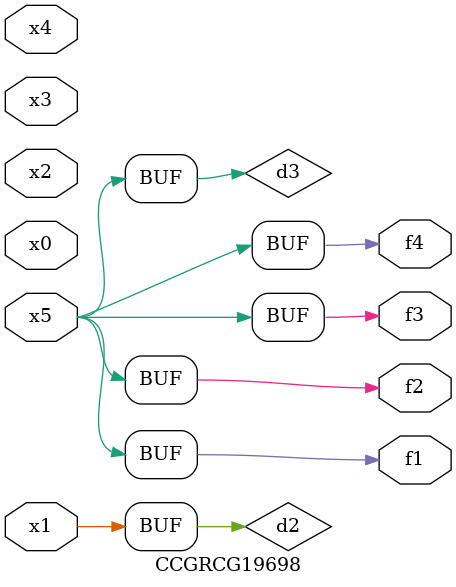
<source format=v>
module CCGRCG19698(
	input x0, x1, x2, x3, x4, x5,
	output f1, f2, f3, f4
);

	wire d1, d2, d3;

	not (d1, x5);
	or (d2, x1);
	xnor (d3, d1);
	assign f1 = d3;
	assign f2 = d3;
	assign f3 = d3;
	assign f4 = d3;
endmodule

</source>
